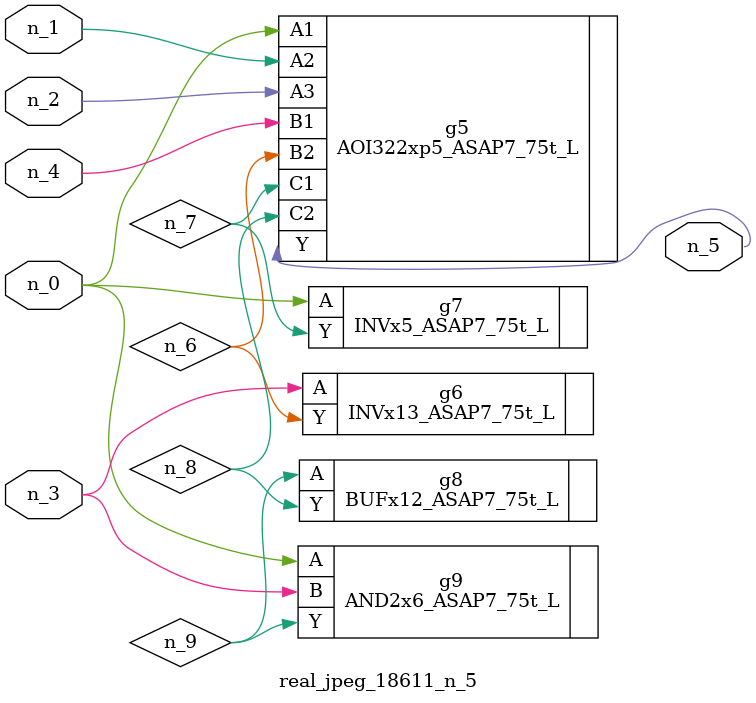
<source format=v>
module real_jpeg_18611_n_5 (n_4, n_0, n_1, n_2, n_3, n_5);

input n_4;
input n_0;
input n_1;
input n_2;
input n_3;

output n_5;

wire n_8;
wire n_6;
wire n_7;
wire n_9;

AOI322xp5_ASAP7_75t_L g5 ( 
.A1(n_0),
.A2(n_1),
.A3(n_2),
.B1(n_4),
.B2(n_6),
.C1(n_7),
.C2(n_8),
.Y(n_5)
);

INVx5_ASAP7_75t_L g7 ( 
.A(n_0),
.Y(n_7)
);

AND2x6_ASAP7_75t_L g9 ( 
.A(n_0),
.B(n_3),
.Y(n_9)
);

INVx13_ASAP7_75t_L g6 ( 
.A(n_3),
.Y(n_6)
);

BUFx12_ASAP7_75t_L g8 ( 
.A(n_9),
.Y(n_8)
);


endmodule
</source>
